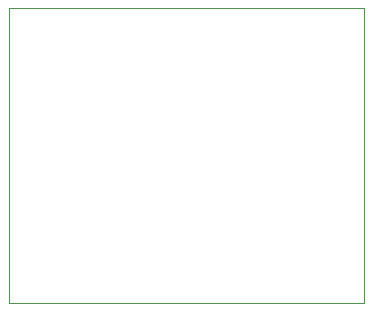
<source format=gm1>
%TF.GenerationSoftware,KiCad,Pcbnew,9.0.7*%
%TF.CreationDate,2026-01-08T12:12:57-08:00*%
%TF.ProjectId,voltage_divider_routed,766f6c74-6167-4655-9f64-697669646572,rev?*%
%TF.SameCoordinates,Original*%
%TF.FileFunction,Profile,NP*%
%FSLAX46Y46*%
G04 Gerber Fmt 4.6, Leading zero omitted, Abs format (unit mm)*
G04 Created by KiCad (PCBNEW 9.0.7) date 2026-01-08 12:12:57*
%MOMM*%
%LPD*%
G01*
G04 APERTURE LIST*
%TA.AperFunction,Profile*%
%ADD10C,0.100000*%
%TD*%
G04 APERTURE END LIST*
D10*
X100000000Y-100000000D02*
X130000000Y-100000000D01*
X130000000Y-125000000D01*
X100000000Y-125000000D01*
X100000000Y-100000000D01*
M02*

</source>
